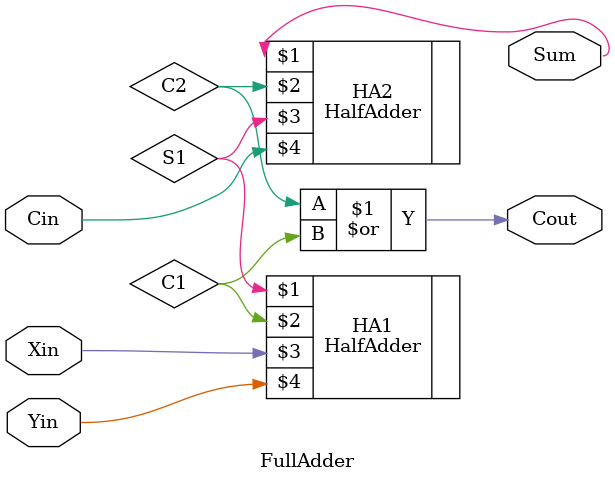
<source format=v>
`timescale 1ns / 1ps
module FullAdder( Sum, Cout, Xin, Yin, Cin);
    input Xin;
    input Yin;
    input Cin;
    output Sum;
    output Cout;

// create wires for interconnects
wire S1; // intermediate sum between the two half adders
wire C1; // internally generated carry from the two half adders
wire C2; // internally generated carry from the two half adders

// instantiate the half adder modules created above


HalfAdder HA1(S1,C1,Xin,Yin);
HalfAdder HA2(Sum,C2,S1,Cin);

// support when carries are generated
or G1(Cout,C2,C1);


endmodule






</source>
